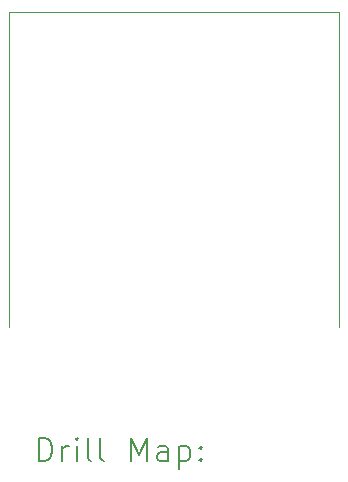
<source format=gbr>
%TF.GenerationSoftware,KiCad,Pcbnew,6.0.7-f9a2dced07~116~ubuntu22.04.1*%
%TF.CreationDate,2022-08-06T22:34:21-05:00*%
%TF.ProjectId,CricutISPCartridge,43726963-7574-4495-9350-436172747269,rev?*%
%TF.SameCoordinates,Original*%
%TF.FileFunction,Drillmap*%
%TF.FilePolarity,Positive*%
%FSLAX45Y45*%
G04 Gerber Fmt 4.5, Leading zero omitted, Abs format (unit mm)*
G04 Created by KiCad (PCBNEW 6.0.7-f9a2dced07~116~ubuntu22.04.1) date 2022-08-06 22:34:21*
%MOMM*%
%LPD*%
G01*
G04 APERTURE LIST*
%ADD10C,0.100000*%
%ADD11C,0.200000*%
G04 APERTURE END LIST*
D10*
X8509000Y-9144000D02*
X5715000Y-9144000D01*
X5715000Y-11811000D02*
X5715000Y-9144000D01*
X8509000Y-11811000D02*
X8509000Y-9144000D01*
D11*
X5966619Y-12952976D02*
X5966619Y-12752976D01*
X6014238Y-12752976D01*
X6042809Y-12762500D01*
X6061857Y-12781548D01*
X6071381Y-12800595D01*
X6080905Y-12838690D01*
X6080905Y-12867262D01*
X6071381Y-12905357D01*
X6061857Y-12924405D01*
X6042809Y-12943452D01*
X6014238Y-12952976D01*
X5966619Y-12952976D01*
X6166619Y-12952976D02*
X6166619Y-12819643D01*
X6166619Y-12857738D02*
X6176143Y-12838690D01*
X6185667Y-12829167D01*
X6204714Y-12819643D01*
X6223762Y-12819643D01*
X6290428Y-12952976D02*
X6290428Y-12819643D01*
X6290428Y-12752976D02*
X6280905Y-12762500D01*
X6290428Y-12772024D01*
X6299952Y-12762500D01*
X6290428Y-12752976D01*
X6290428Y-12772024D01*
X6414238Y-12952976D02*
X6395190Y-12943452D01*
X6385667Y-12924405D01*
X6385667Y-12752976D01*
X6519000Y-12952976D02*
X6499952Y-12943452D01*
X6490428Y-12924405D01*
X6490428Y-12752976D01*
X6747571Y-12952976D02*
X6747571Y-12752976D01*
X6814238Y-12895833D01*
X6880905Y-12752976D01*
X6880905Y-12952976D01*
X7061857Y-12952976D02*
X7061857Y-12848214D01*
X7052333Y-12829167D01*
X7033286Y-12819643D01*
X6995190Y-12819643D01*
X6976143Y-12829167D01*
X7061857Y-12943452D02*
X7042809Y-12952976D01*
X6995190Y-12952976D01*
X6976143Y-12943452D01*
X6966619Y-12924405D01*
X6966619Y-12905357D01*
X6976143Y-12886309D01*
X6995190Y-12876786D01*
X7042809Y-12876786D01*
X7061857Y-12867262D01*
X7157095Y-12819643D02*
X7157095Y-13019643D01*
X7157095Y-12829167D02*
X7176143Y-12819643D01*
X7214238Y-12819643D01*
X7233286Y-12829167D01*
X7242809Y-12838690D01*
X7252333Y-12857738D01*
X7252333Y-12914881D01*
X7242809Y-12933928D01*
X7233286Y-12943452D01*
X7214238Y-12952976D01*
X7176143Y-12952976D01*
X7157095Y-12943452D01*
X7338048Y-12933928D02*
X7347571Y-12943452D01*
X7338048Y-12952976D01*
X7328524Y-12943452D01*
X7338048Y-12933928D01*
X7338048Y-12952976D01*
X7338048Y-12829167D02*
X7347571Y-12838690D01*
X7338048Y-12848214D01*
X7328524Y-12838690D01*
X7338048Y-12829167D01*
X7338048Y-12848214D01*
M02*

</source>
